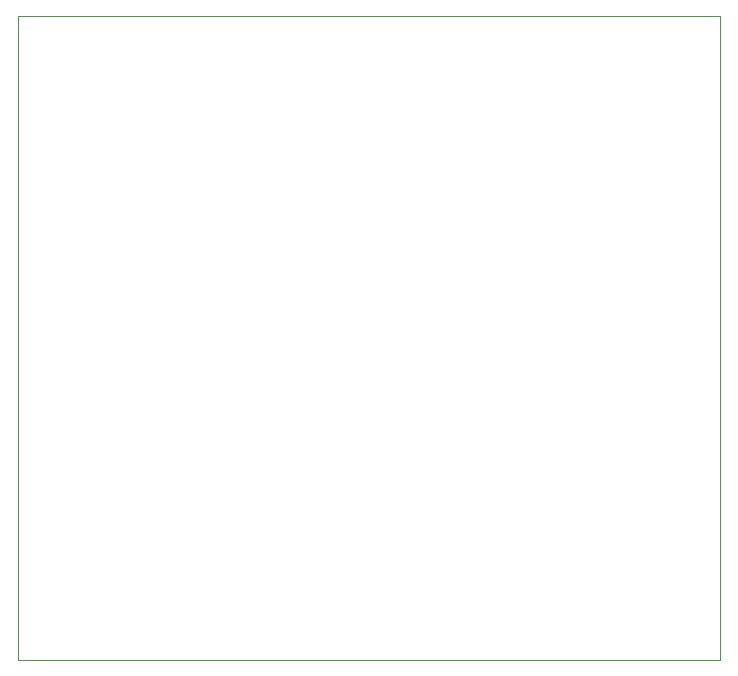
<source format=gbr>
%TF.GenerationSoftware,Altium Limited,Altium Designer,22.7.1 (60)*%
G04 Layer_Color=0*
%FSLAX43Y43*%
%MOMM*%
%TF.SameCoordinates,798C7C01-C923-4F4B-AA1E-7D7C4C9A7158*%
%TF.FilePolarity,Positive*%
%TF.FileFunction,Profile,NP*%
%TF.Part,CustomerPanel*%
G01*
G75*
%TA.AperFunction,Profile*%
%ADD25C,0.025*%
D25*
X0Y0D02*
Y54500D01*
X59500D01*
Y0D01*
X0D01*
%TF.MD5,6626e4c951096a18da679836ae221448*%
M02*

</source>
